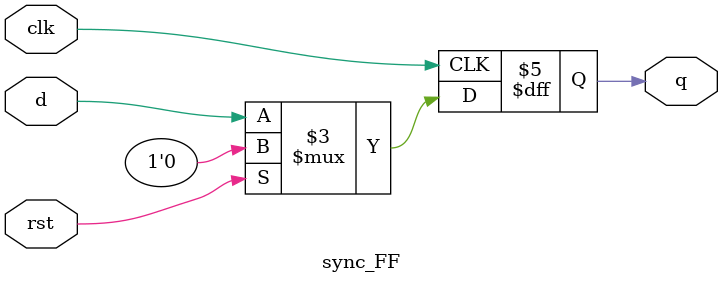
<source format=sv>
module sync_FF #(parameter w=1)(input logic clk, rst, input logic[w-1:0] d, output logic[w-1:0] q);
always_ff@(posedge clk) begin
if (rst) q <= {w{1'b0}};
else q<=d;
end
endmodule

</source>
